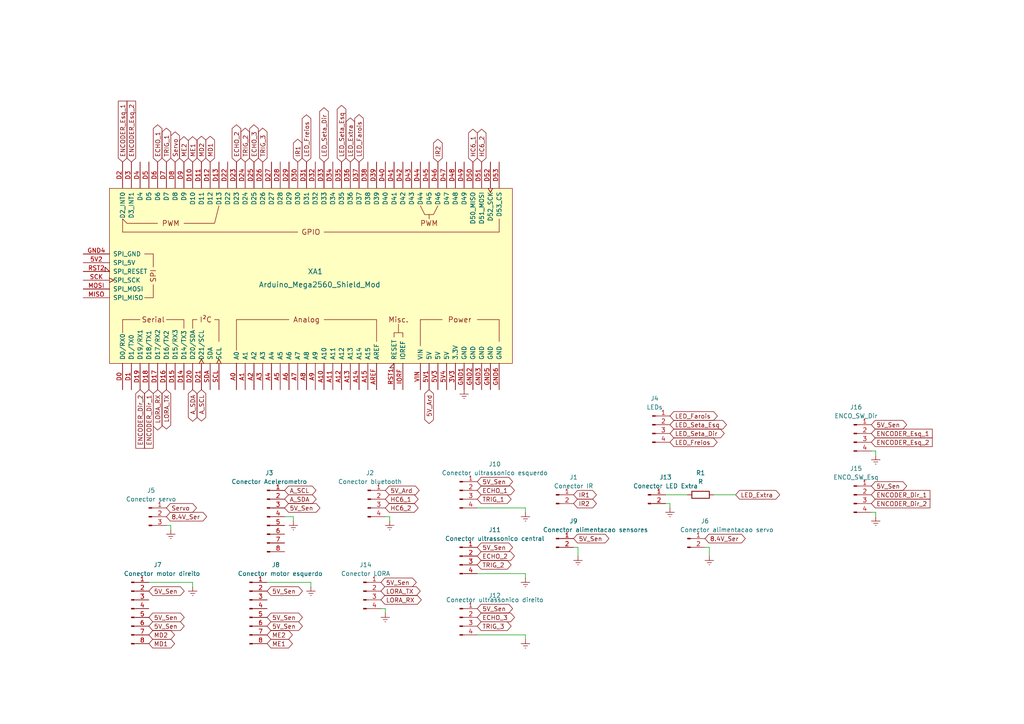
<source format=kicad_sch>
(kicad_sch (version 20230121) (generator eeschema)
  (paper "A4")
  (lib_symbols
    (symbol "Connector:Conn_01x02_Pin" (pin_names (offset 1.016) hide)
      (property "Reference" "J" (at 0 2.54 0))
      (property "Value" "Conn_01x02_Pin" (at 0 -5.08 0))
      (symbol "Conn_01x02_Pin_1_1"
        (polyline (pts (xy 1.27 -2.54) (xy 0.8636 -2.54)) (stroke (width 0.1524)))
        (polyline (pts (xy 1.27 0) (xy 0.8636 0)) (stroke (width 0.1524)))
        (rectangle (start 0.8636 -2.413) (end 0 -2.667) (stroke (width 0.1524)) (fill (type outline)))
        (rectangle (start 0.8636 0.127) (end 0 -0.127) (stroke (width 0.1524)) (fill (type outline)))
        (pin passive line (at 5.08 0 180) (length 3.81) (name "Pin_1") (number "1"))
        (pin passive line (at 5.08 -2.54 180) (length 3.81) (name "Pin_2") (number "2"))
      )
    )
    (symbol "Connector:Conn_01x03_Pin" (pin_names (offset 1.016) hide)
      (property "Reference" "J" (at 0 5.08 0))
      (property "Value" "Conn_01x03_Pin" (at 0 -5.08 0))
      (symbol "Conn_01x03_Pin_1_1"
        (polyline (pts (xy 1.27 -2.54) (xy 0.8636 -2.54)) (stroke (width 0.1524)))
        (polyline (pts (xy 1.27 0) (xy 0.8636 0)) (stroke (width 0.1524)))
        (polyline (pts (xy 1.27 2.54) (xy 0.8636 2.54)) (stroke (width 0.1524)))
        (rectangle (start 0.8636 -2.413) (end 0 -2.667) (stroke (width 0.1524)) (fill (type outline)))
        (rectangle (start 0.8636 0.127) (end 0 -0.127) (stroke (width 0.1524)) (fill (type outline)))
        (rectangle (start 0.8636 2.667) (end 0 2.413) (stroke (width 0.1524)) (fill (type outline)))
        (pin passive line (at 5.08 2.54 180) (length 3.81) (name "Pin_1") (number "1"))
        (pin passive line (at 5.08 0 180) (length 3.81) (name "Pin_2") (number "2"))
        (pin passive line (at 5.08 -2.54 180) (length 3.81) (name "Pin_3") (number "3"))
      )
    )
    (symbol "Connector:Conn_01x04_Pin" (pin_names (offset 1.016) hide)
      (property "Reference" "J" (at 0 5.08 0))
      (property "Value" "Conn_01x04_Pin" (at 0 -7.62 0))
      (symbol "Conn_01x04_Pin_1_1"
        (polyline (pts (xy 1.27 -5.08) (xy 0.8636 -5.08)) (stroke (width 0.1524)))
        (polyline (pts (xy 1.27 -2.54) (xy 0.8636 -2.54)) (stroke (width 0.1524)))
        (polyline (pts (xy 1.27 0) (xy 0.8636 0)) (stroke (width 0.1524)))
        (polyline (pts (xy 1.27 2.54) (xy 0.8636 2.54)) (stroke (width 0.1524)))
        (rectangle (start 0.8636 -4.953) (end 0 -5.207) (stroke (width 0.1524)) (fill (type outline)))
        (rectangle (start 0.8636 -2.413) (end 0 -2.667) (stroke (width 0.1524)) (fill (type outline)))
        (rectangle (start 0.8636 0.127) (end 0 -0.127) (stroke (width 0.1524)) (fill (type outline)))
        (rectangle (start 0.8636 2.667) (end 0 2.413) (stroke (width 0.1524)) (fill (type outline)))
        (pin passive line (at 5.08 2.54 180) (length 3.81) (name "Pin_1") (number "1"))
        (pin passive line (at 5.08 0 180) (length 3.81) (name "Pin_2") (number "2"))
        (pin passive line (at 5.08 -2.54 180) (length 3.81) (name "Pin_3") (number "3"))
        (pin passive line (at 5.08 -5.08 180) (length 3.81) (name "Pin_4") (number "4"))
      )
    )
    (symbol "Connector:Conn_01x08_Pin" (pin_names (offset 1.016) hide)
      (property "Reference" "J" (at 0 10.16 0))
      (property "Value" "Conn_01x08_Pin" (at 0 -12.7 0))
      (symbol "Conn_01x08_Pin_1_1"
        (polyline (pts (xy 1.27 -10.16) (xy 0.8636 -10.16)) (stroke (width 0.1524)))
        (polyline (pts (xy 1.27 -7.62) (xy 0.8636 -7.62)) (stroke (width 0.1524)))
        (polyline (pts (xy 1.27 -5.08) (xy 0.8636 -5.08)) (stroke (width 0.1524)))
        (polyline (pts (xy 1.27 -2.54) (xy 0.8636 -2.54)) (stroke (width 0.1524)))
        (polyline (pts (xy 1.27 0) (xy 0.8636 0)) (stroke (width 0.1524)))
        (polyline (pts (xy 1.27 2.54) (xy 0.8636 2.54)) (stroke (width 0.1524)))
        (polyline (pts (xy 1.27 5.08) (xy 0.8636 5.08)) (stroke (width 0.1524)))
        (polyline (pts (xy 1.27 7.62) (xy 0.8636 7.62)) (stroke (width 0.1524)))
        (rectangle (start 0.8636 -10.033) (end 0 -10.287) (stroke (width 0.1524)) (fill (type outline)))
        (rectangle (start 0.8636 -7.493) (end 0 -7.747) (stroke (width 0.1524)) (fill (type outline)))
        (rectangle (start 0.8636 -4.953) (end 0 -5.207) (stroke (width 0.1524)) (fill (type outline)))
        (rectangle (start 0.8636 -2.413) (end 0 -2.667) (stroke (width 0.1524)) (fill (type outline)))
        (rectangle (start 0.8636 0.127) (end 0 -0.127) (stroke (width 0.1524)) (fill (type outline)))
        (rectangle (start 0.8636 2.667) (end 0 2.413) (stroke (width 0.1524)) (fill (type outline)))
        (rectangle (start 0.8636 5.207) (end 0 4.953) (stroke (width 0.1524)) (fill (type outline)))
        (rectangle (start 0.8636 7.747) (end 0 7.493) (stroke (width 0.1524)) (fill (type outline)))
        (pin passive line (at 5.08 7.62 180) (length 3.81) (name "Pin_1") (number "1"))
        (pin passive line (at 5.08 5.08 180) (length 3.81) (name "Pin_2") (number "2"))
        (pin passive line (at 5.08 2.54 180) (length 3.81) (name "Pin_3") (number "3"))
        (pin passive line (at 5.08 0 180) (length 3.81) (name "Pin_4") (number "4"))
        (pin passive line (at 5.08 -2.54 180) (length 3.81) (name "Pin_5") (number "5"))
        (pin passive line (at 5.08 -5.08 180) (length 3.81) (name "Pin_6") (number "6"))
        (pin passive line (at 5.08 -7.62 180) (length 3.81) (name "Pin_7") (number "7"))
        (pin passive line (at 5.08 -10.16 180) (length 3.81) (name "Pin_8") (number "8"))
      )
    )
    (symbol "Device:R" (pin_numbers hide) (pin_names (offset 0))
      (property "Reference" "R" (at 2.032 0 90))
      (property "Value" "R" (at 0 0 90))
      (symbol "R_0_1"
        (rectangle (start -1.016 -2.54) (end 1.016 2.54) (stroke (width 0.254)))
      )
      (symbol "R_1_1"
        (pin passive line (at 0 3.81 270) (length 1.27) (name "~") (number "1"))
        (pin passive line (at 0 -3.81 90) (length 1.27) (name "~") (number "2"))
      )
    )
    (symbol "PCM_arduino-library:Arduino_Mega2560_R3_Shield" (pin_names (offset 1.016))
      (property "Reference" "A" (at 0 -62.23 0))
      (property "Value" "Arduino_Mega2560_R3_Shield" (at 0 -66.04 0))
      (symbol "Arduino_Mega2560_R3_Shield_0_0"
        (rectangle (start -25.4 -58.42) (end 25.4 58.42) (fill (type background)))
        (rectangle (start -20.32 -31.75) (end -12.7 -31.75))
        (rectangle (start -19.05 -54.61) (end -12.7 -54.61))
        (rectangle (start -19.05 -19.05) (end -12.7 -19.05))
        (rectangle (start -19.05 26.67) (end -12.7 26.67))
        (rectangle (start -17.78 -26.67) (end -16.51 -26.67))
        (rectangle (start -17.78 -24.13) (end -16.51 -24.13))
        (rectangle (start -16.51 -25.4) (end -13.97 -25.4))
        (rectangle (start -16.51 -24.13) (end -16.51 -26.67))
        (rectangle (start -16.51 54.61) (end -12.7 54.61))
        (rectangle (start -15.24 34.29) (end -12.7 34.29))
        (rectangle (start -15.24 36.83) (end -12.7 36.83))
        (rectangle (start -12.7 -54.61) (end -12.7 -48.26))
        (rectangle (start -12.7 -31.75) (end -12.7 -38.1))
        (rectangle (start -12.7 26.67) (end -12.7 27.94))
        (rectangle (start -12.7 34.29) (end -12.7 33.02))
        (rectangle (start -12.7 41.91) (end -12.7 36.83))
        (rectangle (start -12.7 49.53) (end -12.7 54.61))
        (rectangle (start -6.35 48.26) (end -6.35 45.72))
        (rectangle (start -2.54 45.72) (end -6.35 45.72))
        (polyline (pts (xy -21.59 21.59) (xy -12.7 21.59)))
        (polyline (pts (xy -12.7 -19.05) (xy -12.7 -3.81)))
        (polyline (pts (xy -12.7 6.35) (xy -12.7 21.59)))
        (polyline (pts (xy 12.7 -54.61) (xy 16.51 -54.61)))
        (polyline (pts (xy 12.7 54.61) (xy 16.51 54.61)))
        (polyline (pts (xy 17.78 -34.29) (xy 16.51 -34.29)))
        (polyline (pts (xy 15.24 36.83) (xy 15.24 27.94) (xy 20.32 26.67)))
        (polyline (pts (xy 15.24 44.45) (xy 15.24 53.34) (xy 16.51 54.61)))
        (polyline (pts (xy 20.32 -31.75) (xy 17.78 -33.02) (xy 17.78 -35.56) (xy 20.32 -36.83)))
        (rectangle (start 6.35 45.72) (end 2.54 45.72))
        (rectangle (start 6.35 48.26) (end 6.35 45.72))
        (text "Analog" (at -12.7 1.27 900) (effects (font (size 1.524 1.524))))
        (text "I²C" (at -12.7 30.48 900) (effects (font (size 1.524 1.524))))
        (text "Misc." (at -12.7 -25.4 900) (effects (font (size 1.524 1.524))))
        (text "Power" (at -12.7 -43.18 900) (effects (font (size 1.524 1.524))))
        (text "PWM" (at 15.24 -34.29 900) (effects (font (size 1.524 1.524))))
        (text "PWM" (at 15.24 40.64 900) (effects (font (size 1.524 1.524))))
        (text "Serial" (at -12.7 45.72 900) (effects (font (size 1.524 1.524))))
        (text "SPI" (at 0 45.72 0) (effects (font (size 1.524 1.524))))
      )
      (symbol "Arduino_Mega2560_R3_Shield_1_0"
        (rectangle (start 12.7 -54.61) (end 12.7 -3.81))
        (rectangle (start 12.7 54.61) (end 12.7 3.81))
        (text "GPIO" (at 12.7 0 900) (effects (font (size 1.524 1.524))))
      )
      (symbol "Arduino_Mega2560_R3_Shield_1_1"
        (pin power_out line (at -33.02 -41.91 0) (length 7.62) (name "3.3V") (number "3V3"))
        (pin power_in line (at -33.02 -34.29 0) (length 7.62) (name "5V") (number "5V1"))
        (pin power_in line (at 3.81 66.04 270) (length 7.62) (name "SPI_5V") (number "5V2"))
        (pin power_in line (at -33.02 -36.83 0) (length 7.62) (name "5V") (number "5V3"))
        (pin power_in line (at -33.02 -39.37 0) (length 7.62) (name "5V") (number "5V4"))
        (pin bidirectional line (at -33.02 21.59 0) (length 7.62) (name "A0") (number "A0"))
        (pin bidirectional line (at -33.02 19.05 0) (length 7.62) (name "A1") (number "A1"))
        (pin bidirectional line (at -33.02 -3.81 0) (length 7.62) (name "A10") (number "A10"))
        (pin bidirectional line (at -33.02 -6.35 0) (length 7.62) (name "A11") (number "A11"))
        (pin bidirectional line (at -33.02 -8.89 0) (length 7.62) (name "A12") (number "A12"))
        (pin bidirectional line (at -33.02 -11.43 0) (length 7.62) (name "A13") (number "A13"))
        (pin bidirectional line (at -33.02 -13.97 0) (length 7.62) (name "A14") (number "A14"))
        (pin bidirectional line (at -33.02 -16.51 0) (length 7.62) (name "A15") (number "A15"))
        (pin bidirectional line (at -33.02 16.51 0) (length 7.62) (name "A2") (number "A2"))
        (pin bidirectional line (at -33.02 13.97 0) (length 7.62) (name "A3") (number "A3"))
        (pin bidirectional line (at -33.02 11.43 0) (length 7.62) (name "A4") (number "A4"))
        (pin bidirectional line (at -33.02 8.89 0) (length 7.62) (name "A5") (number "A5"))
        (pin bidirectional line (at -33.02 6.35 0) (length 7.62) (name "A6") (number "A6"))
        (pin bidirectional line (at -33.02 3.81 0) (length 7.62) (name "A7") (number "A7"))
        (pin bidirectional line (at -33.02 1.27 0) (length 7.62) (name "A8") (number "A8"))
        (pin bidirectional line (at -33.02 -1.27 0) (length 7.62) (name "A9") (number "A9"))
        (pin input line (at -33.02 -19.05 0) (length 7.62) (name "AREF") (number "AREF"))
        (pin bidirectional line (at -33.02 54.61 0) (length 7.62) (name "D0/RX0") (number "D0"))
        (pin bidirectional line (at -33.02 52.07 0) (length 7.62) (name "D1/TX0") (number "D1"))
        (pin bidirectional line (at 33.02 34.29 180) (length 7.62) (name "D10") (number "D10"))
        (pin bidirectional line (at 33.02 31.75 180) (length 7.62) (name "D11") (number "D11"))
        (pin bidirectional line (at 33.02 29.21 180) (length 7.62) (name "D12") (number "D12"))
        (pin bidirectional line (at 33.02 26.67 180) (length 7.62) (name "D13") (number "D13"))
        (pin bidirectional line (at -33.02 36.83 0) (length 7.62) (name "D14/TX3") (number "D14"))
        (pin bidirectional line (at -33.02 39.37 0) (length 7.62) (name "D15/RX3") (number "D15"))
        (pin bidirectional line (at -33.02 41.91 0) (length 7.62) (name "D16/TX2") (number "D16"))
        (pin bidirectional line (at -33.02 44.45 0) (length 7.62) (name "D17/RX2") (number "D17"))
        (pin bidirectional line (at -33.02 46.99 0) (length 7.62) (name "D18/TX1") (number "D18"))
        (pin bidirectional line (at -33.02 49.53 0) (length 7.62) (name "D19/RX1") (number "D19"))
        (pin bidirectional line (at 33.02 54.61 180) (length 7.62) (name "D2_INT0") (number "D2"))
        (pin bidirectional line (at -33.02 34.29 0) (length 7.62) (name "D20/SDA") (number "D20"))
        (pin bidirectional clock (at -33.02 31.75 0) (length 7.62) (name "D21/SCL") (number "D21"))
        (pin bidirectional line (at 33.02 24.13 180) (length 7.62) (name "D22") (number "D22"))
        (pin bidirectional line (at 33.02 21.59 180) (length 7.62) (name "D23") (number "D23"))
        (pin bidirectional line (at 33.02 19.05 180) (length 7.62) (name "D24") (number "D24"))
        (pin bidirectional line (at 33.02 16.51 180) (length 7.62) (name "D25") (number "D25"))
        (pin bidirectional line (at 33.02 13.97 180) (length 7.62) (name "D26") (number "D26"))
        (pin bidirectional line (at 33.02 11.43 180) (length 7.62) (name "D27") (number "D27"))
        (pin bidirectional line (at 33.02 8.89 180) (length 7.62) (name "D28") (number "D28"))
        (pin bidirectional line (at 33.02 6.35 180) (length 7.62) (name "D29") (number "D29"))
        (pin bidirectional line (at 33.02 52.07 180) (length 7.62) (name "D3_INT1") (number "D3"))
        (pin bidirectional line (at 33.02 3.81 180) (length 7.62) (name "D30") (number "D30"))
        (pin bidirectional line (at 33.02 1.27 180) (length 7.62) (name "D31") (number "D31"))
        (pin bidirectional line (at 33.02 -1.27 180) (length 7.62) (name "D32") (number "D32"))
        (pin bidirectional line (at 33.02 -3.81 180) (length 7.62) (name "D33") (number "D33"))
        (pin bidirectional line (at 33.02 -6.35 180) (length 7.62) (name "D34") (number "D34"))
        (pin bidirectional line (at 33.02 -8.89 180) (length 7.62) (name "D35") (number "D35"))
        (pin bidirectional line (at 33.02 -11.43 180) (length 7.62) (name "D36") (number "D36"))
        (pin bidirectional line (at 33.02 -13.97 180) (length 7.62) (name "D37") (number "D37"))
        (pin bidirectional line (at 33.02 -16.51 180) (length 7.62) (name "D38") (number "D38"))
        (pin bidirectional line (at 33.02 -19.05 180) (length 7.62) (name "D39") (number "D39"))
        (pin bidirectional line (at 33.02 49.53 180) (length 7.62) (name "D4") (number "D4"))
        (pin bidirectional line (at 33.02 -21.59 180) (length 7.62) (name "D40") (number "D40"))
        (pin bidirectional line (at 33.02 -24.13 180) (length 7.62) (name "D41") (number "D41"))
        (pin bidirectional line (at 33.02 -26.67 180) (length 7.62) (name "D42") (number "D42"))
        (pin bidirectional line (at 33.02 -29.21 180) (length 7.62) (name "D43") (number "D43"))
        (pin bidirectional line (at 33.02 -31.75 180) (length 7.62) (name "D44") (number "D44"))
        (pin bidirectional line (at 33.02 -34.29 180) (length 7.62) (name "D45") (number "D45"))
        (pin bidirectional line (at 33.02 -36.83 180) (length 7.62) (name "D46") (number "D46"))
        (pin bidirectional line (at 33.02 -39.37 180) (length 7.62) (name "D47") (number "D47"))
        (pin bidirectional line (at 33.02 -41.91 180) (length 7.62) (name "D48") (number "D48"))
        (pin bidirectional line (at 33.02 -44.45 180) (length 7.62) (name "D49") (number "D49"))
        (pin bidirectional line (at 33.02 46.99 180) (length 7.62) (name "D5") (number "D5"))
        (pin bidirectional line (at 33.02 -46.99 180) (length 7.62) (name "D50_MISO") (number "D50"))
        (pin bidirectional line (at 33.02 -49.53 180) (length 7.62) (name "D51_MOSI") (number "D51"))
        (pin bidirectional clock (at 33.02 -52.07 180) (length 7.62) (name "D52_SCK") (number "D52"))
        (pin bidirectional line (at 33.02 -54.61 180) (length 7.62) (name "D53_CS") (number "D53"))
        (pin bidirectional line (at 33.02 44.45 180) (length 7.62) (name "D6") (number "D6"))
        (pin bidirectional line (at 33.02 41.91 180) (length 7.62) (name "D7") (number "D7"))
        (pin bidirectional line (at 33.02 39.37 180) (length 7.62) (name "D8") (number "D8"))
        (pin bidirectional line (at 33.02 36.83 180) (length 7.62) (name "D9") (number "D9"))
        (pin power_in line (at -33.02 -44.45 0) (length 7.62) (name "GND") (number "GND1"))
        (pin power_in line (at -33.02 -46.99 0) (length 7.62) (name "GND") (number "GND2"))
        (pin power_in line (at -33.02 -49.53 0) (length 7.62) (name "GND") (number "GND3"))
        (pin power_in line (at 6.35 66.04 270) (length 7.62) (name "SPI_GND") (number "GND4"))
        (pin power_in line (at -33.02 -52.07 0) (length 7.62) (name "GND") (number "GND5"))
        (pin power_in line (at -33.02 -54.61 0) (length 7.62) (name "GND") (number "GND6"))
        (pin output line (at -33.02 -26.67 0) (length 7.62) (name "IOREF") (number "IORF"))
        (pin input line (at -6.35 66.04 270) (length 7.62) (name "SPI_MISO") (number "MISO"))
        (pin output line (at -3.81 66.04 270) (length 7.62) (name "SPI_MOSI") (number "MOSI"))
        (pin open_collector input_low (at -33.02 -24.13 0) (length 7.62) (name "RESET") (number "RST1"))
        (pin open_collector input_low (at 1.27 66.04 270) (length 7.62) (name "SPI_RESET") (number "RST2"))
        (pin output clock (at -1.27 66.04 270) (length 7.62) (name "SPI_SCK") (number "SCK"))
        (pin bidirectional clock (at -33.02 26.67 0) (length 7.62) (name "SCL") (number "SCL"))
        (pin bidirectional line (at -33.02 29.21 0) (length 7.62) (name "SDA") (number "SDA"))
        (pin power_in line (at -33.02 -31.75 0) (length 7.62) (name "VIN") (number "VIN"))
      )
    )
    (symbol "power:Earth" (power) (pin_names (offset 0))
      (symbol "Earth_0_1"
        (polyline (pts (xy -0.635 -1.905) (xy 0.635 -1.905)))
        (polyline (pts (xy -0.127 -2.54) (xy 0.127 -2.54)))
        (polyline (pts (xy 0 -1.27) (xy 0 0)))
        (polyline (pts (xy 1.27 -1.27) (xy -1.27 -1.27)))
      )
      (symbol "Earth_1_1"
        (pin power_in line (at 0 0 270) (length 0) hide (name "Earth") (number "1"))
      )
    )
  )
  (wire (pts (xy 205.74 158.75) (xy 205.74 161.29)))
  (wire (pts (xy 77.47 168.91) (xy 90.17 168.91)))
  (wire (pts (xy 48.26 152.4) (xy 49.53 152.4)))
  (wire (pts (xy 254 130.81) (xy 254 132.08)))
  (wire (pts (xy 113.03 149.86) (xy 113.03 151.13)))
  (wire (pts (xy 254 148.59) (xy 254 149.86)))
  (wire (pts (xy 85.09 149.86) (xy 85.09 151.13)))
  (wire (pts (xy 152.4 147.32) (xy 152.4 148.59)))
  (wire (pts (xy 252.73 130.81) (xy 254 130.81)))
  (wire (pts (xy 193.04 146.05) (xy 194.31 146.05)))
  (wire (pts (xy 194.31 146.05) (xy 194.31 147.32)))
  (wire (pts (xy 138.43 184.15) (xy 152.4 184.15)))
  (wire (pts (xy 204.47 158.75) (xy 205.74 158.75)))
  (wire (pts (xy 90.17 168.91) (xy 90.17 170.18)))
  (wire (pts (xy 55.88 168.91) (xy 55.88 170.18)))
  (wire (pts (xy 138.43 166.37) (xy 152.4 166.37)))
  (wire (pts (xy 49.53 152.4) (xy 49.53 153.67)))
  (wire (pts (xy 138.43 147.32) (xy 152.4 147.32)))
  (wire (pts (xy 43.18 168.91) (xy 55.88 168.91)))
  (wire (pts (xy 82.55 149.86) (xy 85.09 149.86)))
  (wire (pts (xy 166.37 158.75) (xy 167.64 158.75)))
  (wire (pts (xy 111.76 176.53) (xy 111.76 177.8)))
  (wire (pts (xy 167.64 158.75) (xy 167.64 161.29)))
  (wire (pts (xy 252.73 148.59) (xy 254 148.59)))
  (wire (pts (xy 110.49 176.53) (xy 111.76 176.53)))
  (wire (pts (xy 111.76 149.86) (xy 113.03 149.86)))
  (wire (pts (xy 207.01 143.51) (xy 213.36 143.51)))
  (wire (pts (xy 152.4 184.15) (xy 152.4 185.42)))
  (wire (pts (xy 152.4 166.37) (xy 152.4 167.64)))
  (wire (pts (xy 193.04 143.51) (xy 199.39 143.51)))
  (global_label "MD1" (shape bidirectional) (at 60.96 46.99 90) (property "Intersheetrefs" "${INTERSHEET_REFS}" (effects hide)))
  (global_label "Servo" (shape bidirectional) (at 50.8 46.99 90) (property "Intersheetrefs" "${INTERSHEET_REFS}" (effects hide)))
  (global_label "ECHO_3" (shape bidirectional) (at 138.43 179.07 0) (property "Intersheetrefs" "${INTERSHEET_REFS}" (effects hide)))
  (global_label "ECHO_1" (shape bidirectional) (at 138.43 142.24 0) (property "Intersheetrefs" "${INTERSHEET_REFS}" (effects hide)))
  (global_label "5V_Sen" (shape bidirectional) (at 138.43 176.53 0) (property "Intersheetrefs" "${INTERSHEET_REFS}" (effects hide)))
  (global_label "IR1" (shape bidirectional) (at 166.37 143.51 0) (property "Intersheetrefs" "${INTERSHEET_REFS}" (effects hide)))
  (global_label "LORA_TX" (shape bidirectional) (at 48.26 113.03 270) (property "Intersheetrefs" "${INTERSHEET_REFS}" (effects hide)))
  (global_label "ENCODER_Dir_1" (shape input) (at 43.18 113.03 270) (property "Intersheetrefs" "${INTERSHEET_REFS}" (effects hide)))
  (global_label "A_SDA" (shape bidirectional) (at 55.88 113.03 270) (property "Intersheetrefs" "${INTERSHEET_REFS}" (effects hide)))
  (global_label "ME1" (shape bidirectional) (at 55.88 46.99 90) (property "Intersheetrefs" "${INTERSHEET_REFS}" (effects hide)))
  (global_label "HC6_2" (shape bidirectional) (at 111.76 147.32 0) (property "Intersheetrefs" "${INTERSHEET_REFS}" (effects hide)))
  (global_label "ME2" (shape bidirectional) (at 53.34 46.99 90) (property "Intersheetrefs" "${INTERSHEET_REFS}" (effects hide)))
  (global_label "ENCODER_Esq_1" (shape input) (at 35.56 46.99 90) (property "Intersheetrefs" "${INTERSHEET_REFS}" (effects hide)))
  (global_label "5V_Sen" (shape bidirectional) (at 252.73 140.97 0) (property "Intersheetrefs" "${INTERSHEET_REFS}" (effects hide)))
  (global_label "LED_Freios" (shape bidirectional) (at 194.31 128.27 0) (property "Intersheetrefs" "${INTERSHEET_REFS}" (effects hide)))
  (global_label "LED_Seta_Esq" (shape bidirectional) (at 99.06 46.99 90) (property "Intersheetrefs" "${INTERSHEET_REFS}" (effects hide)))
  (global_label "5V_Sen" (shape bidirectional) (at 138.43 139.7 0) (property "Intersheetrefs" "${INTERSHEET_REFS}" (effects hide)))
  (global_label "TRIG_1" (shape bidirectional) (at 48.26 46.99 90) (property "Intersheetrefs" "${INTERSHEET_REFS}" (effects hide)))
  (global_label "ECHO_1" (shape bidirectional) (at 45.72 46.99 90) (property "Intersheetrefs" "${INTERSHEET_REFS}" (effects hide)))
  (global_label "IR2" (shape bidirectional) (at 166.37 146.05 0) (property "Intersheetrefs" "${INTERSHEET_REFS}" (effects hide)))
  (global_label "LED_Farois" (shape bidirectional) (at 194.31 120.65 0) (property "Intersheetrefs" "${INTERSHEET_REFS}" (effects hide)))
  (global_label "LED_Seta_Dir" (shape bidirectional) (at 93.98 46.99 90) (property "Intersheetrefs" "${INTERSHEET_REFS}" (effects hide)))
  (global_label "8.4V_Ser" (shape bidirectional) (at 48.26 149.86 0) (property "Intersheetrefs" "${INTERSHEET_REFS}" (effects hide)))
  (global_label "TRIG_3" (shape bidirectional) (at 138.43 181.61 0) (property "Intersheetrefs" "${INTERSHEET_REFS}" (effects hide)))
  (global_label "5V_Sen" (shape bidirectional) (at 82.55 147.32 0) (property "Intersheetrefs" "${INTERSHEET_REFS}" (effects hide)))
  (global_label "LED_Seta_Esq" (shape bidirectional) (at 194.31 123.19 0) (property "Intersheetrefs" "${INTERSHEET_REFS}" (effects hide)))
  (global_label "5V_Sen" (shape bidirectional) (at 252.73 123.19 0) (property "Intersheetrefs" "${INTERSHEET_REFS}" (effects hide)))
  (global_label "5V_Sen" (shape bidirectional) (at 110.49 168.91 0) (property "Intersheetrefs" "${INTERSHEET_REFS}" (effects hide)))
  (global_label "5V_Ard" (shape bidirectional) (at 124.46 113.03 270) (property "Intersheetrefs" "${INTERSHEET_REFS}" (effects hide)))
  (global_label "LED_Freios" (shape bidirectional) (at 88.9 46.99 90) (property "Intersheetrefs" "${INTERSHEET_REFS}" (effects hide)))
  (global_label "5V_Sen" (shape bidirectional) (at 43.18 181.61 0) (property "Intersheetrefs" "${INTERSHEET_REFS}" (effects hide)))
  (global_label "5V_Sen" (shape bidirectional) (at 77.47 181.61 0) (property "Intersheetrefs" "${INTERSHEET_REFS}" (effects hide)))
  (global_label "LORA_RX" (shape bidirectional) (at 45.72 113.03 270) (property "Intersheetrefs" "${INTERSHEET_REFS}" (effects hide)))
  (global_label "ENCODER_Esq_1" (shape input) (at 252.73 125.73 0) (property "Intersheetrefs" "${INTERSHEET_REFS}" (effects hide)))
  (global_label "ECHO_3" (shape bidirectional) (at 73.66 46.99 90) (property "Intersheetrefs" "${INTERSHEET_REFS}" (effects hide)))
  (global_label "TRIG_3" (shape bidirectional) (at 76.2 46.99 90) (property "Intersheetrefs" "${INTERSHEET_REFS}" (effects hide)))
  (global_label "8.4V_Ser" (shape bidirectional) (at 204.47 156.21 0) (property "Intersheetrefs" "${INTERSHEET_REFS}" (effects hide)))
  (global_label "ECHO_2" (shape bidirectional) (at 138.43 161.29 0) (property "Intersheetrefs" "${INTERSHEET_REFS}" (effects hide)))
  (global_label "LED_Farois" (shape bidirectional) (at 104.14 46.99 90) (property "Intersheetrefs" "${INTERSHEET_REFS}" (effects hide)))
  (global_label "5V_Sen" (shape bidirectional) (at 43.18 171.45 0) (property "Intersheetrefs" "${INTERSHEET_REFS}" (effects hide)))
  (global_label "IR2" (shape bidirectional) (at 127 46.99 90) (property "Intersheetrefs" "${INTERSHEET_REFS}" (effects hide)))
  (global_label "LED_Extra" (shape bidirectional) (at 101.6 46.99 90) (property "Intersheetrefs" "${INTERSHEET_REFS}" (effects hide)))
  (global_label "HC6_1" (shape bidirectional) (at 111.76 144.78 0) (property "Intersheetrefs" "${INTERSHEET_REFS}" (effects hide)))
  (global_label "HC6_1" (shape bidirectional) (at 137.16 46.99 90) (property "Intersheetrefs" "${INTERSHEET_REFS}" (effects hide)))
  (global_label "LORA_RX" (shape bidirectional) (at 110.49 173.99 0) (property "Intersheetrefs" "${INTERSHEET_REFS}" (effects hide)))
  (global_label "LED_Extra" (shape bidirectional) (at 213.36 143.51 0) (property "Intersheetrefs" "${INTERSHEET_REFS}" (effects hide)))
  (global_label "5V_Sen" (shape bidirectional) (at 138.43 158.75 0) (property "Intersheetrefs" "${INTERSHEET_REFS}" (effects hide)))
  (global_label "A_SCL" (shape bidirectional) (at 82.55 142.24 0) (property "Intersheetrefs" "${INTERSHEET_REFS}" (effects hide)))
  (global_label "LED_Seta_Dir" (shape bidirectional) (at 194.31 125.73 0) (property "Intersheetrefs" "${INTERSHEET_REFS}" (effects hide)))
  (global_label "ENCODER_Esq_2" (shape input) (at 38.1 46.99 90) (property "Intersheetrefs" "${INTERSHEET_REFS}" (effects hide)))
  (global_label "ME1" (shape bidirectional) (at 77.47 186.69 0) (property "Intersheetrefs" "${INTERSHEET_REFS}" (effects hide)))
  (global_label "ENCODER_Dir_2" (shape input) (at 40.64 113.03 270) (property "Intersheetrefs" "${INTERSHEET_REFS}" (effects hide)))
  (global_label "Servo" (shape bidirectional) (at 48.26 147.32 0) (property "Intersheetrefs" "${INTERSHEET_REFS}" (effects hide)))
  (global_label "A_SDA" (shape bidirectional) (at 82.55 144.78 0) (property "Intersheetrefs" "${INTERSHEET_REFS}" (effects hide)))
  (global_label "ENCODER_Dir_2" (shape input) (at 252.73 146.05 0) (property "Intersheetrefs" "${INTERSHEET_REFS}" (effects hide)))
  (global_label "ME2" (shape bidirectional) (at 77.47 184.15 0) (property "Intersheetrefs" "${INTERSHEET_REFS}" (effects hide)))
  (global_label "5V_Sen" (shape bidirectional) (at 77.47 179.07 0) (property "Intersheetrefs" "${INTERSHEET_REFS}" (effects hide)))
  (global_label "IR1" (shape bidirectional) (at 86.36 46.99 90) (property "Intersheetrefs" "${INTERSHEET_REFS}" (effects hide)))
  (global_label "MD2" (shape bidirectional) (at 58.42 46.99 90) (property "Intersheetrefs" "${INTERSHEET_REFS}" (effects hide)))
  (global_label "TRIG_2" (shape bidirectional) (at 138.43 163.83 0) (property "Intersheetrefs" "${INTERSHEET_REFS}" (effects hide)))
  (global_label "5V_Sen" (shape bidirectional) (at 166.37 156.21 0) (property "Intersheetrefs" "${INTERSHEET_REFS}" (effects hide)))
  (global_label "TRIG_2" (shape bidirectional) (at 71.12 46.99 90) (property "Intersheetrefs" "${INTERSHEET_REFS}" (effects hide)))
  (global_label "5V_Ard" (shape bidirectional) (at 111.76 142.24 0) (property "Intersheetrefs" "${INTERSHEET_REFS}" (effects hide)))
  (global_label "A_SCL" (shape bidirectional) (at 58.42 113.03 270) (property "Intersheetrefs" "${INTERSHEET_REFS}" (effects hide)))
  (global_label "ECHO_2" (shape bidirectional) (at 68.58 46.99 90) (property "Intersheetrefs" "${INTERSHEET_REFS}" (effects hide)))
  (global_label "ENCODER_Esq_2" (shape input) (at 252.73 128.27 0) (property "Intersheetrefs" "${INTERSHEET_REFS}" (effects hide)))
  (global_label "MD1" (shape bidirectional) (at 43.18 186.69 0) (property "Intersheetrefs" "${INTERSHEET_REFS}" (effects hide)))
  (global_label "MD2" (shape bidirectional) (at 43.18 184.15 0) (property "Intersheetrefs" "${INTERSHEET_REFS}" (effects hide)))
  (global_label "HC6_2" (shape bidirectional) (at 139.7 46.99 90) (property "Intersheetrefs" "${INTERSHEET_REFS}" (effects hide)))
  (global_label "5V_Sen" (shape bidirectional) (at 43.18 179.07 0) (property "Intersheetrefs" "${INTERSHEET_REFS}" (effects hide)))
  (global_label "LORA_TX" (shape bidirectional) (at 110.49 171.45 0) (property "Intersheetrefs" "${INTERSHEET_REFS}" (effects hide)))
  (global_label "TRIG_1" (shape bidirectional) (at 138.43 144.78 0) (property "Intersheetrefs" "${INTERSHEET_REFS}" (effects hide)))
  (global_label "5V_Sen" (shape bidirectional) (at 77.47 171.45 0) (property "Intersheetrefs" "${INTERSHEET_REFS}" (effects hide)))
  (global_label "ENCODER_Dir_1" (shape input) (at 252.73 143.51 0) (property "Intersheetrefs" "${INTERSHEET_REFS}" (effects hide)))
  (symbol (lib_id "power:Earth") (at 254 132.08 0) (unit 1)
    (property "Reference" "#PWR09" (effects hide))
    (property "Value" "Earth" (effects hide))
  )
  (symbol (lib_id "PCM_arduino-library:Arduino_Mega2560_R3_Shield") (at 90.17 80.01 90) (unit 1)
    (property "Reference" "XA1" (at 91.44 78.74 90) (effects (font (size 1.524 1.524))))
    (property "Value" "Arduino_Mega2560_Shield_Mod" (at 92.71 82.55 90) (effects (font (size 1.524 1.524))))
    (property "Footprint" "PCM_arduino-library:Arduino_Mega2560_R3_Shield_Sem_furo" (effects hide))
    (property "Datasheet" "https://docs.arduino.cc/hardware/mega-2560" (effects hide))
  )
  (symbol (lib_id "power:Earth") (at 90.17 170.18 0) (unit 1)
    (property "Reference" "#PWR04" (effects hide))
    (property "Value" "Earth" (effects hide))
  )
  (symbol (lib_id "Device:R") (at 203.2 143.51 90) (unit 1)
    (property "Reference" "R1" (at 203.2 137.16 90))
    (property "Value" "R" (at 203.2 139.7 90))
    (property "Footprint" "Resistor_THT:R_Axial_DIN0207_L6.3mm_D2.5mm_P10.16mm_Horizontal" (effects hide))
  )
  (symbol (lib_id "Connector:Conn_01x04_Pin") (at 133.35 161.29 0) (unit 1)
    (property "Reference" "J11" (at 143.51 153.67 0))
    (property "Value" "Conector ultrassonico central" (at 143.51 156.21 0))
    (property "Footprint" "Connector_JST:JST_XH_B4B-XH-A_1x04_P2.50mm_Vertical" (effects hide))
  )
  (symbol (lib_id "Connector:Conn_01x04_Pin") (at 105.41 171.45 0) (unit 1)
    (property "Reference" "J14" (at 106.045 163.83 0))
    (property "Value" "Conector LORA" (at 106.045 166.37 0))
    (property "Footprint" "Connector_JST:JST_XH_B4B-XH-A_1x04_P2.50mm_Vertical" (effects hide))
  )
  (symbol (lib_id "Connector:Conn_01x04_Pin") (at 247.65 143.51 0) (unit 1)
    (property "Reference" "J15" (at 248.285 135.89 0))
    (property "Value" "ENCO_SW_Esq" (at 248.285 138.43 0))
    (property "Footprint" "TerminalBlock_Phoenix:TerminalBlock_Phoenix_MKDS-1,5-4_1x04_P5.00mm_Horizontal" (effects hide))
  )
  (symbol (lib_id "power:Earth") (at 194.31 147.32 0) (unit 1)
    (property "Reference" "#PWR06" (effects hide))
    (property "Value" "Earth" (effects hide))
  )
  (symbol (lib_id "power:Earth") (at 254 149.86 0) (unit 1)
    (property "Reference" "#PWR014" (effects hide))
    (property "Value" "Earth" (effects hide))
  )
  (symbol (lib_id "Connector:Conn_01x04_Pin") (at 133.35 179.07 0) (unit 1)
    (property "Reference" "J12" (at 143.51 172.72 0))
    (property "Value" "Conector ultrassonico direito" (at 143.51 173.99 0))
    (property "Footprint" "Connector_JST:JST_XH_B4B-XH-A_1x04_P2.50mm_Vertical" (effects hide))
  )
  (symbol (lib_id "Connector:Conn_01x04_Pin") (at 189.23 123.19 0) (unit 1)
    (property "Reference" "J4" (at 189.865 115.57 0))
    (property "Value" "LEDs" (at 189.865 118.11 0))
    (property "Footprint" "TerminalBlock_Phoenix:TerminalBlock_Phoenix_MKDS-1,5-4_1x04_P5.00mm_Horizontal" (effects hide))
  )
  (symbol (lib_id "Connector:Conn_01x04_Pin") (at 133.35 142.24 0) (unit 1)
    (property "Reference" "J10" (at 143.51 134.62 0))
    (property "Value" "Conector ultrassonico esquerdo" (at 143.51 137.16 0))
    (property "Footprint" "Connector_JST:JST_XH_B4B-XH-A_1x04_P2.50mm_Vertical" (effects hide))
  )
  (symbol (lib_id "Connector:Conn_01x02_Pin") (at 161.29 156.21 0) (unit 1)
    (property "Reference" "J9" (at 166.37 151.13 0))
    (property "Value" "Conector alimentacao sensores" (at 172.72 153.67 0))
    (property "Footprint" "TerminalBlock_Phoenix:TerminalBlock_Phoenix_MKDS-1,5-2_1x02_P5.00mm_Horizontal" (effects hide))
  )
  (symbol (lib_id "Connector:Conn_01x04_Pin") (at 247.65 125.73 0) (unit 1)
    (property "Reference" "J16" (at 248.285 118.11 0))
    (property "Value" "ENCO_SW_Dir" (at 248.285 120.65 0))
    (property "Footprint" "TerminalBlock_Phoenix:TerminalBlock_Phoenix_MKDS-1,5-4_1x04_P5.00mm_Horizontal" (effects hide))
  )
  (symbol (lib_id "power:Earth") (at 167.64 161.29 0) (unit 1)
    (property "Reference" "#PWR05" (effects hide))
    (property "Value" "Earth" (effects hide))
  )
  (symbol (lib_id "Connector:Conn_01x04_Pin") (at 106.68 144.78 0) (unit 1)
    (property "Reference" "J2" (at 107.315 137.16 0))
    (property "Value" "Conector bluetooth" (at 107.315 139.7 0))
    (property "Footprint" "Connector_PinSocket_2.54mm:PinSocket_1x04_P2.54mm_Vertical" (effects hide))
  )
  (symbol (lib_id "power:Earth") (at 152.4 167.64 0) (unit 1)
    (property "Reference" "#PWR012" (effects hide))
    (property "Value" "Earth" (effects hide))
  )
  (symbol (lib_id "power:Earth") (at 113.03 151.13 0) (unit 1)
    (property "Reference" "#PWR011" (effects hide))
    (property "Value" "Earth" (effects hide))
  )
  (symbol (lib_id "Connector:Conn_01x02_Pin") (at 199.39 156.21 0) (unit 1)
    (property "Reference" "J6" (at 204.47 151.13 0))
    (property "Value" "Conector alimentacao servo" (at 210.82 153.67 0))
    (property "Footprint" "TerminalBlock_Phoenix:TerminalBlock_Phoenix_MKDS-1,5-2_1x02_P5.00mm_Horizontal" (effects hide))
  )
  (symbol (lib_id "Connector:Conn_01x08_Pin") (at 38.1 176.53 0) (unit 1)
    (property "Reference" "J7" (at 45.72 163.83 0))
    (property "Value" "Conector motor direito" (at 46.99 166.37 0))
    (property "Footprint" "Connector_PinSocket_2.54mm:PinSocket_2x04_P2.54mm_Vertical" (effects hide))
  )
  (symbol (lib_id "Connector:Conn_01x03_Pin") (at 43.18 149.86 0) (unit 1)
    (property "Reference" "J5" (at 43.815 142.24 0))
    (property "Value" "Conector servo" (at 43.815 144.78 0))
    (property "Footprint" "TerminalBlock_Phoenix:TerminalBlock_Phoenix_MKDS-1,5-3_1x03_P5.00mm_Horizontal" (effects hide))
  )
  (symbol (lib_id "power:Earth") (at 152.4 148.59 0) (unit 1)
    (property "Reference" "#PWR02" (effects hide))
    (property "Value" "Earth" (effects hide))
  )
  (symbol (lib_id "power:Earth") (at 55.88 170.18 0) (unit 1)
    (property "Reference" "#PWR010" (effects hide))
    (property "Value" "Earth" (effects hide))
  )
  (symbol (lib_id "power:Earth") (at 205.74 161.29 0) (unit 1)
    (property "Reference" "#PWR015" (effects hide))
    (property "Value" "Earth" (effects hide))
  )
  (symbol (lib_id "Connector:Conn_01x08_Pin") (at 77.47 149.86 0) (unit 1)
    (property "Reference" "J3" (at 78.105 137.16 0))
    (property "Value" "Conector Acelerometro" (at 78.105 139.7 0))
    (property "Footprint" "Connector_PinSocket_2.54mm:PinSocket_1x08_P2.54mm_Vertical" (effects hide))
  )
  (symbol (lib_id "power:Earth") (at 152.4 185.42 0) (unit 1)
    (property "Reference" "#PWR013" (effects hide))
    (property "Value" "Earth" (effects hide))
  )
  (symbol (lib_id "Connector:Conn_01x02_Pin") (at 161.29 143.51 0) (unit 1)
    (property "Reference" "J1" (at 166.37 138.43 0))
    (property "Value" "Conector IR" (at 166.37 140.97 0))
    (property "Footprint" "Connector_JST:JST_XH_B2B-XH-A_1x02_P2.50mm_Vertical" (effects hide))
  )
  (symbol (lib_id "Connector:Conn_01x08_Pin") (at 72.39 176.53 0) (unit 1)
    (property "Reference" "J8" (at 80.01 163.83 0))
    (property "Value" "Conector motor esquerdo" (at 81.28 166.37 0))
    (property "Footprint" "Connector_PinSocket_2.54mm:PinSocket_2x04_P2.54mm_Vertical" (effects hide))
  )
  (symbol (lib_id "power:Earth") (at 134.62 113.03 0) (unit 1)
    (property "Reference" "#PWR01" (effects hide))
    (property "Value" "Earth" (effects hide))
  )
  (symbol (lib_id "Connector:Conn_01x02_Pin") (at 187.96 143.51 0) (unit 1)
    (property "Reference" "J13" (at 193.04 138.43 0))
    (property "Value" "Conector LED Extra" (at 193.04 140.97 0))
    (property "Footprint" "Connector_JST:JST_XH_B2B-XH-A_1x02_P2.50mm_Vertical" (effects hide))
  )
  (symbol (lib_id "power:Earth") (at 111.76 177.8 0) (unit 1)
    (property "Reference" "#PWR07" (effects hide))
    (property "Value" "Earth" (effects hide))
  )
  (symbol (lib_id "power:Earth") (at 49.53 153.67 0) (unit 1)
    (property "Reference" "#PWR03" (effects hide))
    (property "Value" "Earth" (effects hide))
  )
  (symbol (lib_id "power:Earth") (at 85.09 151.13 0) (unit 1)
    (property "Reference" "#PWR08" (effects hide))
    (property "Value" "Earth" (effects hide))
  )
)
</source>
